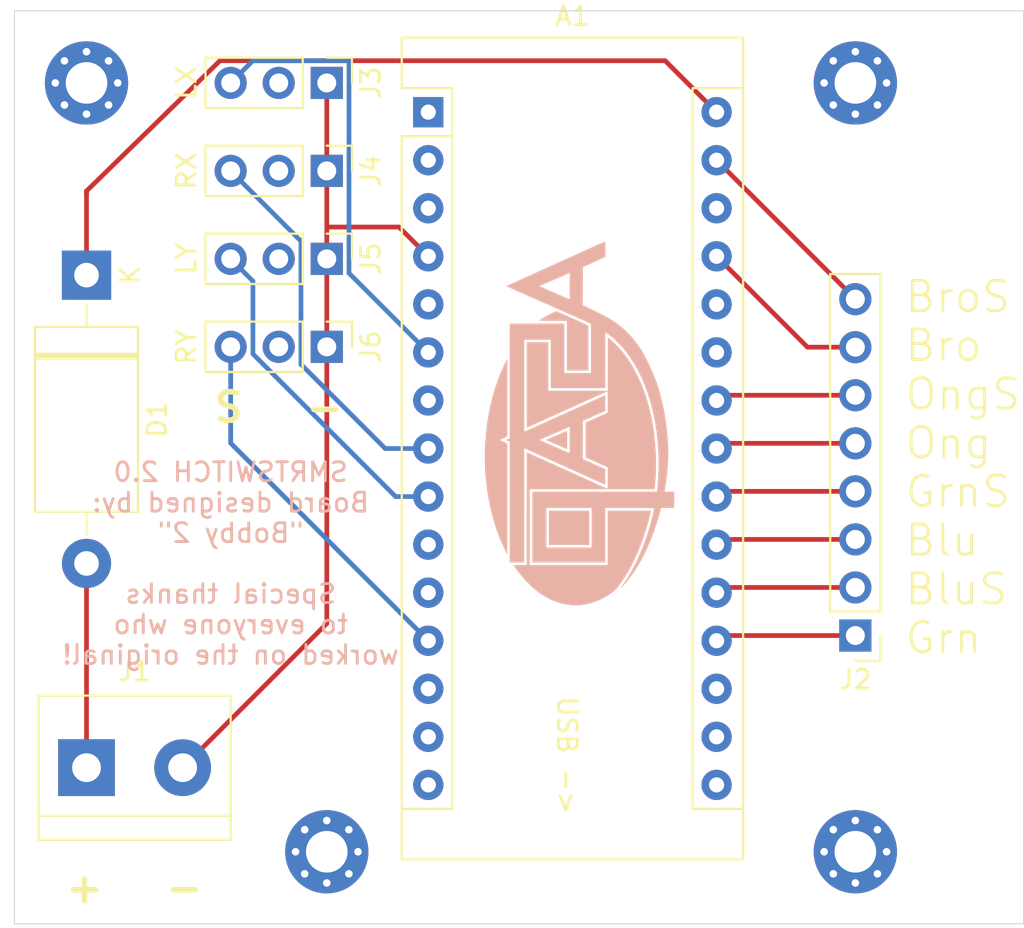
<source format=kicad_pcb>
(kicad_pcb (version 20171130) (host pcbnew "(5.1.6)-1")

  (general
    (thickness 1.6)
    (drawings 9)
    (tracks 53)
    (zones 0)
    (modules 13)
    (nets 36)
  )

  (page A4)
  (layers
    (0 F.Cu signal)
    (31 B.Cu signal)
    (32 B.Adhes user)
    (33 F.Adhes user)
    (34 B.Paste user)
    (35 F.Paste user)
    (36 B.SilkS user)
    (37 F.SilkS user)
    (38 B.Mask user)
    (39 F.Mask user)
    (40 Dwgs.User user)
    (41 Cmts.User user)
    (42 Eco1.User user)
    (43 Eco2.User user)
    (44 Edge.Cuts user)
    (45 Margin user)
    (46 B.CrtYd user)
    (47 F.CrtYd user)
    (48 B.Fab user)
    (49 F.Fab user)
  )

  (setup
    (last_trace_width 0.25)
    (trace_clearance 0.2)
    (zone_clearance 0.508)
    (zone_45_only no)
    (trace_min 0.2)
    (via_size 0.8)
    (via_drill 0.4)
    (via_min_size 0.4)
    (via_min_drill 0.3)
    (uvia_size 0.3)
    (uvia_drill 0.1)
    (uvias_allowed no)
    (uvia_min_size 0.2)
    (uvia_min_drill 0.1)
    (edge_width 0.05)
    (segment_width 0.2)
    (pcb_text_width 0.3)
    (pcb_text_size 1.5 1.5)
    (mod_edge_width 0.12)
    (mod_text_size 1 1)
    (mod_text_width 0.15)
    (pad_size 1.524 1.524)
    (pad_drill 0.762)
    (pad_to_mask_clearance 0.051)
    (solder_mask_min_width 0.25)
    (aux_axis_origin 0 0)
    (visible_elements 7FFFFFFF)
    (pcbplotparams
      (layerselection 0x010fc_ffffffff)
      (usegerberextensions false)
      (usegerberattributes false)
      (usegerberadvancedattributes false)
      (creategerberjobfile false)
      (excludeedgelayer true)
      (linewidth 0.100000)
      (plotframeref false)
      (viasonmask false)
      (mode 1)
      (useauxorigin false)
      (hpglpennumber 1)
      (hpglpenspeed 20)
      (hpglpendiameter 15.000000)
      (psnegative false)
      (psa4output false)
      (plotreference true)
      (plotvalue true)
      (plotinvisibletext false)
      (padsonsilk false)
      (subtractmaskfromsilk false)
      (outputformat 1)
      (mirror false)
      (drillshape 0)
      (scaleselection 1)
      (outputdirectory ""))
  )

  (net 0 "")
  (net 1 "Net-(A1-Pad1)")
  (net 2 "Net-(A1-Pad17)")
  (net 3 "Net-(A1-Pad2)")
  (net 4 "Net-(A1-Pad18)")
  (net 5 "Net-(A1-Pad3)")
  (net 6 "Net-(A1-Pad19)")
  (net 7 "Net-(A1-Pad20)")
  (net 8 "Net-(A1-Pad5)")
  (net 9 "Net-(A1-Pad21)")
  (net 10 "Net-(A1-Pad6)")
  (net 11 "Net-(A1-Pad22)")
  (net 12 "Net-(A1-Pad7)")
  (net 13 "Net-(A1-Pad23)")
  (net 14 "Net-(A1-Pad8)")
  (net 15 "Net-(A1-Pad24)")
  (net 16 "Net-(A1-Pad9)")
  (net 17 "Net-(A1-Pad25)")
  (net 18 "Net-(A1-Pad10)")
  (net 19 "Net-(A1-Pad26)")
  (net 20 "Net-(A1-Pad11)")
  (net 21 "Net-(A1-Pad27)")
  (net 22 "Net-(A1-Pad12)")
  (net 23 "Net-(A1-Pad28)")
  (net 24 "Net-(A1-Pad13)")
  (net 25 GND)
  (net 26 "Net-(A1-Pad14)")
  (net 27 +12V)
  (net 28 "Net-(A1-Pad15)")
  (net 29 "Net-(A1-Pad16)")
  (net 30 "Net-(A1-Pad29)")
  (net 31 "Net-(A1-Pad30)")
  (net 32 "Net-(J3-Pad2)")
  (net 33 "Net-(J4-Pad2)")
  (net 34 "Net-(J5-Pad2)")
  (net 35 "Net-(J6-Pad2)")

  (net_class Default "This is the default net class."
    (clearance 0.2)
    (trace_width 0.25)
    (via_dia 0.8)
    (via_drill 0.4)
    (uvia_dia 0.3)
    (uvia_drill 0.1)
    (add_net +12V)
    (add_net GND)
    (add_net "Net-(A1-Pad1)")
    (add_net "Net-(A1-Pad10)")
    (add_net "Net-(A1-Pad11)")
    (add_net "Net-(A1-Pad12)")
    (add_net "Net-(A1-Pad13)")
    (add_net "Net-(A1-Pad14)")
    (add_net "Net-(A1-Pad15)")
    (add_net "Net-(A1-Pad16)")
    (add_net "Net-(A1-Pad17)")
    (add_net "Net-(A1-Pad18)")
    (add_net "Net-(A1-Pad19)")
    (add_net "Net-(A1-Pad2)")
    (add_net "Net-(A1-Pad20)")
    (add_net "Net-(A1-Pad21)")
    (add_net "Net-(A1-Pad22)")
    (add_net "Net-(A1-Pad23)")
    (add_net "Net-(A1-Pad24)")
    (add_net "Net-(A1-Pad25)")
    (add_net "Net-(A1-Pad26)")
    (add_net "Net-(A1-Pad27)")
    (add_net "Net-(A1-Pad28)")
    (add_net "Net-(A1-Pad29)")
    (add_net "Net-(A1-Pad3)")
    (add_net "Net-(A1-Pad30)")
    (add_net "Net-(A1-Pad5)")
    (add_net "Net-(A1-Pad6)")
    (add_net "Net-(A1-Pad7)")
    (add_net "Net-(A1-Pad8)")
    (add_net "Net-(A1-Pad9)")
    (add_net "Net-(J3-Pad2)")
    (add_net "Net-(J4-Pad2)")
    (add_net "Net-(J5-Pad2)")
    (add_net "Net-(J6-Pad2)")
  )

  (module "" (layer B.Cu) (tedit 0) (tstamp 0)
    (at 140.97 92.71 270)
    (fp_text reference "" (at 0 0 90) (layer B.SilkS)
      (effects (font (size 1.27 1.27) (thickness 0.15)) (justify mirror))
    )
    (fp_text value "" (at 0 0 90) (layer B.SilkS)
      (effects (font (size 1.27 1.27) (thickness 0.15)) (justify mirror))
    )
    (fp_poly (pts (xy 6.462327 2.81155) (xy 6.497332 2.789982) (xy 6.546551 2.756576) (xy 6.607224 2.713411)
      (xy 6.676593 2.662566) (xy 6.7519 2.606119) (xy 6.830386 2.54615) (xy 6.909292 2.484737)
      (xy 6.985859 2.423958) (xy 7.05733 2.365894) (xy 7.120944 2.312623) (xy 7.150833 2.286778)
      (xy 7.396329 2.058087) (xy 7.618949 1.822886) (xy 7.818486 1.581702) (xy 7.994734 1.335057)
      (xy 8.147486 1.083477) (xy 8.276536 0.827485) (xy 8.381677 0.567607) (xy 8.462703 0.304366)
      (xy 8.519407 0.038286) (xy 8.551582 -0.230107) (xy 8.559022 -0.500289) (xy 8.541521 -0.771736)
      (xy 8.498872 -1.043924) (xy 8.486141 -1.103643) (xy 8.415482 -1.36363) (xy 8.320291 -1.622059)
      (xy 8.201433 -1.876947) (xy 8.059771 -2.12631) (xy 8.000029 -2.219375) (xy 7.931955 -2.320386)
      (xy 7.873451 -2.403) (xy 7.821475 -2.470869) (xy 7.772984 -2.527641) (xy 7.724935 -2.576966)
      (xy 7.674285 -2.622496) (xy 7.641557 -2.649369) (xy 7.374685 -2.850024) (xy 7.084692 -3.044699)
      (xy 6.773316 -3.232606) (xy 6.442299 -3.412958) (xy 6.093383 -3.584966) (xy 5.728307 -3.747843)
      (xy 5.348813 -3.900803) (xy 4.956642 -4.043056) (xy 4.553534 -4.173816) (xy 4.14123 -4.292294)
      (xy 3.838992 -4.369714) (xy 3.761635 -4.388445) (xy 3.692847 -4.404949) (xy 3.636374 -4.418339)
      (xy 3.595962 -4.427729) (xy 3.575356 -4.432233) (xy 3.573599 -4.432499) (xy 3.572536 -4.420098)
      (xy 3.571521 -4.384095) (xy 3.570563 -4.326286) (xy 3.569676 -4.248469) (xy 3.56887 -4.152442)
      (xy 3.568158 -4.04) (xy 3.567549 -3.912942) (xy 3.567056 -3.773065) (xy 3.56669 -3.622166)
      (xy 3.566463 -3.462043) (xy 3.566386 -3.295849) (xy 3.566386 -2.159199) (xy 6.436586 -2.159199)
      (xy 6.436586 1.981001) (xy 2.423386 1.981001) (xy 2.423386 -4.62098) (xy 2.388461 -4.62807)
      (xy 2.355056 -4.633127) (xy 2.300438 -4.639373) (xy 2.228749 -4.64646) (xy 2.144129 -4.654042)
      (xy 2.050719 -4.661775) (xy 1.95266 -4.669311) (xy 1.854094 -4.676305) (xy 1.75916 -4.68241)
      (xy 1.693136 -4.686182) (xy 1.622934 -4.689092) (xy 1.532485 -4.691557) (xy 1.426362 -4.693559)
      (xy 1.309136 -4.695079) (xy 1.18538 -4.696098) (xy 1.059668 -4.696598) (xy 0.936572 -4.696561)
      (xy 0.820663 -4.695969) (xy 0.716516 -4.694803) (xy 0.628701 -4.693044) (xy 0.562836 -4.690726)
      (xy 0.142521 -4.665172) (xy -0.257985 -4.629692) (xy -0.642487 -4.583711) (xy -1.014792 -4.526657)
      (xy -1.378705 -4.457956) (xy -1.738033 -4.377033) (xy -2.044716 -4.297659) (xy -2.435763 -4.181366)
      (xy -2.814089 -4.050517) (xy -3.17857 -3.905766) (xy -3.528084 -3.747768) (xy -3.861507 -3.577178)
      (xy -4.177717 -3.39465) (xy -4.475589 -3.20084) (xy -4.754001 -2.996403) (xy -5.01183 -2.781993)
      (xy -5.247953 -2.558266) (xy -5.461246 -2.325875) (xy -5.494619 -2.286199) (xy -5.594798 -2.165549)
      (xy -4.182856 -2.162318) (xy -2.770914 -2.159088) (xy -2.770914 0.990401) (xy -5.336314 0.990401)
      (xy -5.336314 2.133401) (xy -3.080706 2.133401) (xy -2.790342 2.13337) (xy -2.52444 2.133271)
      (xy -2.282063 2.133099) (xy -2.062274 2.132846) (xy -1.864133 2.132505) (xy -1.686704 2.132072)
      (xy -1.529049 2.131537) (xy -1.390231 2.130896) (xy -1.269311 2.130141) (xy -1.165353 2.129266)
      (xy -1.077418 2.128264) (xy -1.004569 2.127129) (xy -0.945868 2.125853) (xy -0.900378 2.124431)
      (xy -0.867161 2.122855) (xy -0.845279 2.12112) (xy -0.833795 2.119218) (xy -0.83148 2.117526)
      (xy -0.837296 2.104482) (xy -0.853057 2.069449) (xy -0.87824 2.013583) (xy -0.912325 1.938039)
      (xy -0.954789 1.843972) (xy -1.00511 1.732537) (xy -1.062767 1.604889) (xy -1.127238 1.462183)
      (xy -1.198 1.305574) (xy -1.274532 1.136218) (xy -1.356312 0.955269) (xy -1.442819 0.763883)
      (xy -1.53353 0.563213) (xy -1.627923 0.354417) (xy -1.725478 0.138648) (xy -1.798038 -0.02183)
      (xy -1.897477 -0.241781) (xy -1.994071 -0.455512) (xy -2.087303 -0.661877) (xy -2.176654 -0.859725)
      (xy -2.261609 -1.04791) (xy -2.341649 -1.225281) (xy -2.416255 -1.390691) (xy -2.484912 -1.542992)
      (xy -2.547101 -1.681034) (xy -2.602304 -1.803669) (xy -2.650005 -1.90975) (xy -2.689684 -1.998127)
      (xy -2.720826 -2.067652) (xy -2.742911 -2.117176) (xy -2.755423 -2.145552) (xy -2.758214 -2.152255)
      (xy -2.745938 -2.153687) (xy -2.710799 -2.15502) (xy -2.655338 -2.156222) (xy -2.582091 -2.157263)
      (xy -2.493599 -2.158111) (xy -2.392398 -2.158736) (xy -2.281028 -2.159106) (xy -2.188408 -2.159199)
      (xy -1.618601 -2.159199) (xy -1.593319 -2.098874) (xy -1.582927 -2.074912) (xy -1.563289 -2.030443)
      (xy -1.535588 -1.968118) (xy -1.501009 -1.890588) (xy -1.460734 -1.800505) (xy -1.415949 -1.700521)
      (xy -1.367837 -1.593287) (xy -1.329663 -1.508324) (xy -1.091288 -0.978099) (xy 0.741218 -0.978099)
      (xy 1.271136 -2.159199) (xy 1.84227 -2.159199) (xy 1.982488 -2.159064) (xy 2.099114 -2.158627)
      (xy 2.193954 -2.157836) (xy 2.268814 -2.156641) (xy 2.325501 -2.154991) (xy 2.36582 -2.152835)
      (xy 2.391578 -2.150122) (xy 2.404581 -2.146802) (xy 2.406901 -2.143324) (xy 2.401073 -2.130279)
      (xy 2.385299 -2.095246) (xy 2.360103 -2.03938) (xy 2.326005 -1.963837) (xy 2.283529 -1.869772)
      (xy 2.233196 -1.758338) (xy 2.175528 -1.630693) (xy 2.111047 -1.487991) (xy 2.040275 -1.331387)
      (xy 1.963734 -1.162036) (xy 1.881946 -0.981093) (xy 1.795433 -0.789714) (xy 1.704717 -0.589054)
      (xy 1.61032 -0.380268) (xy 1.512764 -0.164511) (xy 1.440343 -0.004352) (xy 1.340906 0.215584)
      (xy 1.244315 0.429304) (xy 1.151086 0.63566) (xy 1.061738 0.833503) (xy 0.976787 1.021684)
      (xy 0.896752 1.199055) (xy 0.822151 1.364467) (xy 0.7535 1.516771) (xy 0.691319 1.654818)
      (xy 0.636124 1.777458) (xy 0.588433 1.883545) (xy 0.548764 1.971928) (xy 0.517634 2.041459)
      (xy 0.495562 2.090989) (xy 0.483065 2.119369) (xy 0.480286 2.126073) (xy 0.4928 2.126745)
      (xy 0.529605 2.127401) (xy 0.589589 2.128037) (xy 0.671642 2.128651) (xy 0.774654 2.129241)
      (xy 0.897514 2.129802) (xy 1.039112 2.130334) (xy 1.198337 2.130832) (xy 1.374081 2.131295)
      (xy 1.565231 2.131719) (xy 1.770678 2.132102) (xy 1.989311 2.132441) (xy 2.22002 2.132734)
      (xy 2.461696 2.132977) (xy 2.713226 2.133168) (xy 2.973502 2.133304) (xy 3.241412 2.133382)
      (xy 3.458436 2.133401) (xy 6.436586 2.133401) (xy 6.436586 2.476301) (xy 6.436859 2.566647)
      (xy 6.437629 2.648076) (xy 6.438824 2.717316) (xy 6.440369 2.771096) (xy 6.442191 2.806142)
      (xy 6.444215 2.819184) (xy 6.444294 2.819202) (xy 6.462327 2.81155)) (layer B.SilkS) (width 0.01))
    (fp_poly (pts (xy -0.174202 1.085688) (xy -0.159265 1.055331) (xy -0.136649 1.00716) (xy -0.107571 0.943918)
      (xy -0.073249 0.868347) (xy -0.034901 0.783189) (xy 0.006254 0.691187) (xy 0.048999 0.595084)
      (xy 0.092115 0.497622) (xy 0.134384 0.401543) (xy 0.174589 0.309589) (xy 0.211512 0.224504)
      (xy 0.243933 0.149029) (xy 0.270636 0.085907) (xy 0.290403 0.037881) (xy 0.297585 0.019655)
      (xy 0.2975 0.014526) (xy 0.29139 0.010354) (xy 0.276967 0.007042) (xy 0.25194 0.004493)
      (xy 0.214019 0.002612) (xy 0.160916 0.0013) (xy 0.090339 0.000462) (xy 0 0)
      (xy -0.11239 -0.000182) (xy -0.172406 -0.000199) (xy -0.279721 0.000032) (xy -0.378619 0.000688)
      (xy -0.466328 0.001718) (xy -0.540075 0.003069) (xy -0.597086 0.004689) (xy -0.634591 0.006527)
      (xy -0.649816 0.00853) (xy -0.650014 0.008789) (xy -0.64513 0.02216) (xy -0.631292 0.055975)
      (xy -0.609723 0.107405) (xy -0.581645 0.173622) (xy -0.548282 0.251798) (xy -0.510856 0.339105)
      (xy -0.47059 0.432714) (xy -0.428706 0.529797) (xy -0.386427 0.627525) (xy -0.344976 0.72307)
      (xy -0.305575 0.813604) (xy -0.269447 0.896298) (xy -0.237816 0.968324) (xy -0.211902 1.026853)
      (xy -0.19293 1.069058) (xy -0.182122 1.09211) (xy -0.180241 1.095488) (xy -0.174202 1.085688)) (layer B.SilkS) (width 0.01))
    (fp_poly (pts (xy -6.47911 -0.000199) (xy -3.850414 -0.000199) (xy -3.850414 -1.130499) (xy -6.214412 -1.130499)
      (xy -6.313715 -0.924124) (xy -6.338334 -0.87194) (xy -6.371732 -0.799598) (xy -6.412508 -0.710211)
      (xy -6.45926 -0.60689) (xy -6.510586 -0.492747) (xy -6.565082 -0.370893) (xy -6.621348 -0.244441)
      (xy -6.677981 -0.116503) (xy -6.694368 -0.079351) (xy -6.975717 0.559047) (xy -6.929372 0.676299)
      (xy -6.88781 0.773545) (xy -6.835219 0.884452) (xy -6.775299 1.001988) (xy -6.711755 1.119123)
      (xy -6.648288 1.228827) (xy -6.588601 1.324069) (xy -6.586694 1.326951) (xy -6.485664 1.479351)
      (xy -6.47911 -0.000199)) (layer B.SilkS) (width 0.01))
    (fp_poly (pts (xy 0.713799 4.340786) (xy 0.885461 4.33921) (xy 1.056808 4.336241) (xy 1.222805 4.331945)
      (xy 1.378417 4.326389) (xy 1.518611 4.319639) (xy 1.635986 4.311944) (xy 2.172685 4.259802)
      (xy 2.694932 4.187682) (xy 3.202478 4.095649) (xy 3.695075 3.983768) (xy 4.172474 3.852102)
      (xy 4.634427 3.700715) (xy 5.080686 3.529672) (xy 5.511002 3.339037) (xy 5.636486 3.278266)
      (xy 5.858736 3.168451) (xy 2.938398 3.165249) (xy 2.667785 3.164994) (xy 2.403865 3.164825)
      (xy 2.147763 3.16474) (xy 1.900607 3.164738) (xy 1.663521 3.164815) (xy 1.437632 3.164969)
      (xy 1.224067 3.165198) (xy 1.02395 3.1655) (xy 0.838409 3.165871) (xy 0.668569 3.166309)
      (xy 0.515557 3.166813) (xy 0.380498 3.167379) (xy 0.264519 3.168004) (xy 0.168745 3.168688)
      (xy 0.094303 3.169427) (xy 0.042319 3.170218) (xy 0.013919 3.17106) (xy 0.008655 3.171599)
      (xy 0.000442 3.185955) (xy -0.016068 3.219319) (xy -0.038867 3.267483) (xy -0.065949 3.326237)
      (xy -0.082523 3.362829) (xy -0.111072 3.425094) (xy -0.136547 3.478484) (xy -0.156956 3.518989)
      (xy -0.170306 3.5426) (xy -0.17405 3.546979) (xy -0.182271 3.536855) (xy -0.198814 3.507268)
      (xy -0.221746 3.461995) (xy -0.249136 3.404809) (xy -0.270273 3.358951) (xy -0.356742 3.168451)
      (xy -4.453664 3.164115) (xy -4.225064 3.277417) (xy -3.808038 3.470581) (xy -3.374333 3.645076)
      (xy -2.924683 3.800724) (xy -2.459824 3.937346) (xy -1.980492 4.054765) (xy -1.48742 4.152802)
      (xy -0.981344 4.23128) (xy -0.462998 4.29002) (xy 0.066881 4.328843) (xy 0.124686 4.331833)
      (xy 0.247264 4.336492) (xy 0.389666 4.339493) (xy 0.546856 4.340902) (xy 0.713799 4.340786)) (layer B.SilkS) (width 0.01))
    (fp_poly (pts (xy -0.087639 3.022401) (xy 6.296886 3.022401) (xy 6.296886 2.273154) (xy 3.275146 2.269953)
      (xy 0.253407 2.266751) (xy 1.217746 0.133504) (xy 1.317406 -0.087009) (xy 1.414221 -0.301335)
      (xy 1.507676 -0.508327) (xy 1.597255 -0.706836) (xy 1.682441 -0.895714) (xy 1.762716 -1.073814)
      (xy 1.837566 -1.239987) (xy 1.906473 -1.393085) (xy 1.96892 -1.53196) (xy 2.024392 -1.655465)
      (xy 2.072371 -1.762451) (xy 2.112341 -1.85177) (xy 2.143786 -1.922274) (xy 2.166189 -1.972815)
      (xy 2.179034 -2.002246) (xy 2.182086 -2.009797) (xy 2.169886 -2.012133) (xy 2.135288 -2.014072)
      (xy 2.081288 -2.015565) (xy 2.010884 -2.016564) (xy 1.927076 -2.017018) (xy 1.832861 -2.016879)
      (xy 1.77374 -2.016499) (xy 1.365395 -2.013149) (xy 0.832267 -0.825547) (xy -1.185679 -0.832049)
      (xy -1.715633 -2.013149) (xy -2.128352 -2.016496) (xy -2.54107 -2.019844) (xy -2.511285 -1.952996)
      (xy -2.502969 -1.934498) (xy -2.484734 -1.894066) (xy -2.457129 -1.832908) (xy -2.420699 -1.752234)
      (xy -2.375991 -1.653253) (xy -2.323551 -1.537176) (xy -2.263927 -1.405212) (xy -2.197664 -1.25857)
      (xy -2.125309 -1.098459) (xy -2.047409 -0.92609) (xy -1.96451 -0.742672) (xy -1.877159 -0.549413)
      (xy -1.785902 -0.347524) (xy -1.692048 -0.139899) (xy -0.876615 -0.139899) (xy -0.179115 -0.139899)
      (xy -0.048663 -0.139729) (xy 0.07385 -0.139243) (xy 0.186131 -0.13847) (xy 0.285883 -0.137443)
      (xy 0.370815 -0.136193) (xy 0.43863 -0.134752) (xy 0.487035 -0.133151) (xy 0.513736 -0.131421)
      (xy 0.518386 -0.130315) (xy 0.513435 -0.1157) (xy 0.499263 -0.080395) (xy 0.476885 -0.02672)
      (xy 0.447318 0.043006) (xy 0.411579 0.126462) (xy 0.370685 0.221331) (xy 0.325652 0.325291)
      (xy 0.277497 0.436024) (xy 0.227236 0.551209) (xy 0.175887 0.668528) (xy 0.124466 0.785661)
      (xy 0.073989 0.900289) (xy 0.025474 1.010091) (xy -0.020063 1.112749) (xy -0.061605 1.205943)
      (xy -0.098135 1.287353) (xy -0.128637 1.354659) (xy -0.152094 1.405543) (xy -0.167489 1.437685)
      (xy -0.173764 1.448763) (xy -0.177271 1.446438) (xy -0.18335 1.437526) (xy -0.192547 1.420799)
      (xy -0.20541 1.395031) (xy -0.222484 1.358996) (xy -0.244316 1.311467) (xy -0.271452 1.251218)
      (xy -0.304438 1.177022) (xy -0.343821 1.087653) (xy -0.390146 0.981884) (xy -0.443961 0.85849)
      (xy -0.505812 0.716242) (xy -0.576244 0.553916) (xy -0.655804 0.370284) (xy -0.7131 0.237926)
      (xy -0.876615 -0.139899) (xy -1.692048 -0.139899) (xy -1.691286 -0.138215) (xy -1.593857 0.077306)
      (xy -1.546708 0.181601) (xy -1.448596 0.398689) (xy -1.353337 0.609593) (xy -1.261455 0.813146)
      (xy -1.173475 1.008181) (xy -1.089922 1.19353) (xy -1.011321 1.368025) (xy -0.938196 1.5305)
      (xy -0.871073 1.679786) (xy -0.810476 1.814715) (xy -0.75693 1.934121) (xy -0.71096 2.036836)
      (xy -0.67309 2.121692) (xy -0.643846 2.187521) (xy -0.623753 2.233156) (xy -0.613334 2.25743)
      (xy -0.611914 2.261226) (xy -0.624503 2.262669) (xy -0.661824 2.264033) (xy -0.72321 2.265315)
      (xy -0.807994 2.266511) (xy -0.915507 2.267619) (xy -1.045083 2.268635) (xy -1.196054 2.269555)
      (xy -1.367752 2.270377) (xy -1.559511 2.271097) (xy -1.770662 2.271713) (xy -2.000538 2.27222)
      (xy -2.248472 2.272615) (xy -2.513795 2.272896) (xy -2.795842 2.273058) (xy -3.043964 2.273101)
      (xy -5.476014 2.273101) (xy -5.476014 0.850701) (xy -2.923314 0.850701) (xy -2.923314 -2.019499)
      (xy -4.396514 -2.019499) (xy -4.597644 -2.019593) (xy -4.789208 -2.019869) (xy -4.969799 -2.020317)
      (xy -5.138009 -2.020924) (xy -5.292428 -2.021682) (xy -5.43165 -2.022579) (xy -5.554265 -2.023604)
      (xy -5.658866 -2.024747) (xy -5.744044 -2.025997) (xy -5.808391 -2.027344) (xy -5.850499 -2.028776)
      (xy -5.868959 -2.030284) (xy -5.869714 -2.030662) (xy -5.862079 -2.045831) (xy -5.840936 -2.077171)
      (xy -5.808931 -2.12125) (xy -5.76871 -2.174636) (xy -5.722916 -2.233897) (xy -5.674196 -2.295602)
      (xy -5.625195 -2.356319) (xy -5.578558 -2.412616) (xy -5.545483 -2.451299) (xy -5.317166 -2.695136)
      (xy -5.066393 -2.928429) (xy -4.794028 -3.150701) (xy -4.500935 -3.361475) (xy -4.187978 -3.560271)
      (xy -3.856022 -3.746613) (xy -3.50593 -3.920022) (xy -3.138567 -4.080022) (xy -2.754796 -4.226133)
      (xy -2.355483 -4.35788) (xy -1.941491 -4.474783) (xy -1.837464 -4.501219) (xy -1.432059 -4.593824)
      (xy -1.019924 -4.671442) (xy -0.597513 -4.734586) (xy -0.161278 -4.783766) (xy 0.292326 -4.819493)
      (xy 0.427313 -4.827393) (xy 0.524428 -4.831477) (xy 0.640852 -4.834423) (xy 0.772678 -4.836276)
      (xy 0.916001 -4.837083) (xy 1.066914 -4.836889) (xy 1.221511 -4.835739) (xy 1.375886 -4.83368)
      (xy 1.526133 -4.830757) (xy 1.668346 -4.827016) (xy 1.798618 -4.822502) (xy 1.913044 -4.817261)
      (xy 2.007717 -4.811339) (xy 2.042386 -4.808504) (xy 2.166179 -4.797109) (xy 2.2764 -4.786419)
      (xy 2.370696 -4.776687) (xy 2.446718 -4.768164) (xy 2.502114 -4.761102) (xy 2.534511 -4.755759)
      (xy 2.563086 -4.749515) (xy 2.563086 1.092001) (xy 3.413986 1.092001) (xy 3.413986 -1.308299)
      (xy 5.509486 -1.308299) (xy 5.509486 1.092001) (xy 3.413986 1.092001) (xy 2.563086 1.092001)
      (xy 2.563086 1.828601) (xy 6.296886 1.828601) (xy 6.296886 -2.019499) (xy 3.413986 -2.019499)
      (xy 3.413986 -3.314899) (xy 3.414096 -3.512987) (xy 3.41442 -3.698871) (xy 3.414946 -3.871261)
      (xy 3.415662 -4.028866) (xy 3.416558 -4.170394) (xy 3.417621 -4.294555) (xy 3.418841 -4.400058)
      (xy 3.420205 -4.485612) (xy 3.421703 -4.549927) (xy 3.423323 -4.59171) (xy 3.425053 -4.609672)
      (xy 3.425452 -4.610299) (xy 3.443331 -4.607487) (xy 3.481861 -4.599666) (xy 3.536997 -4.58776)
      (xy 3.604691 -4.57269) (xy 3.680899 -4.555378) (xy 3.761572 -4.536749) (xy 3.842666 -4.517723)
      (xy 3.920134 -4.499223) (xy 3.989929 -4.482172) (xy 4.015995 -4.475662) (xy 4.422566 -4.365552)
      (xy 4.825316 -4.241264) (xy 5.221536 -4.103941) (xy 5.60852 -3.954723) (xy 5.983558 -3.794751)
      (xy 6.343944 -3.625168) (xy 6.686969 -3.447114) (xy 7.009925 -3.261731) (xy 7.240563 -3.116458)
      (xy 7.312832 -3.068438) (xy 7.386059 -3.018812) (xy 7.454287 -2.971685) (xy 7.511561 -2.93116)
      (xy 7.543557 -2.907708) (xy 7.586892 -2.876022) (xy 7.622289 -2.851839) (xy 7.645222 -2.838151)
      (xy 7.651399 -2.836379) (xy 7.644678 -2.846577) (xy 7.622052 -2.870684) (xy 7.586643 -2.905779)
      (xy 7.541572 -2.948942) (xy 7.489961 -2.997254) (xy 7.434931 -3.047795) (xy 7.379604 -3.097646)
      (xy 7.327101 -3.143887) (xy 7.280545 -3.183598) (xy 7.277118 -3.18645) (xy 7.025883 -3.382666)
      (xy 6.751036 -3.574106) (xy 6.454049 -3.760005) (xy 6.13639 -3.939598) (xy 5.79953 -4.112122)
      (xy 5.444939 -4.27681) (xy 5.074086 -4.432899) (xy 4.688442 -4.579624) (xy 4.417286 -4.674067)
      (xy 4.266421 -4.723635) (xy 4.108955 -4.773428) (xy 3.950672 -4.821722) (xy 3.797358 -4.866792)
      (xy 3.654795 -4.906912) (xy 3.52877 -4.940359) (xy 3.499711 -4.947678) (xy 3.413986 -4.968986)
      (xy 3.413986 -5.664399) (xy 2.563086 -5.664399) (xy 2.563086 -5.410399) (xy 2.56249 -5.321707)
      (xy 2.560775 -5.249735) (xy 2.558052 -5.196744) (xy 2.554428 -5.164996) (xy 2.550801 -5.156399)
      (xy 2.534579 -5.158353) (xy 2.497926 -5.163743) (xy 2.445473 -5.171858) (xy 2.381848 -5.181989)
      (xy 2.344426 -5.188056) (xy 2.198446 -5.210529) (xy 2.035402 -5.233322) (xy 1.863592 -5.255393)
      (xy 1.691314 -5.275702) (xy 1.526867 -5.293207) (xy 1.439136 -5.301593) (xy 1.158509 -5.324127)
      (xy 0.889598 -5.339279) (xy 0.627725 -5.346936) (xy 0.368207 -5.346987) (xy 0.106365 -5.33932)
      (xy -0.162481 -5.323822) (xy -0.443013 -5.300381) (xy -0.73991 -5.268884) (xy -0.939672 -5.244575)
      (xy -1.352381 -5.186645) (xy -1.744075 -5.120066) (xy -2.117931 -5.043927) (xy -2.477126 -4.957319)
      (xy -2.824837 -4.859331) (xy -3.16424 -4.749054) (xy -3.498513 -4.625578) (xy -3.830833 -4.487992)
      (xy -4.164376 -4.335388) (xy -4.237764 -4.299938) (xy -4.392845 -4.223336) (xy -4.529215 -4.153611)
      (xy -4.651688 -4.08806) (xy -4.765075 -4.023977) (xy -4.874189 -3.958658) (xy -4.983843 -3.889397)
      (xy -5.075964 -3.828815) (xy -5.367876 -3.620332) (xy -5.63834 -3.398712) (xy -5.888122 -3.163135)
      (xy -6.117987 -2.912785) (xy -6.3287 -2.646842) (xy -6.521026 -2.36449) (xy -6.653099 -2.142473)
      (xy -6.692129 -2.070969) (xy -6.739858 -1.980443) (xy -6.794293 -1.874913) (xy -6.853441 -1.758396)
      (xy -6.915306 -1.634909) (xy -6.977895 -1.508469) (xy -7.039214 -1.383095) (xy -7.09727 -1.262802)
      (xy -7.150067 -1.151609) (xy -7.195613 -1.053534) (xy -7.216868 -1.006598) (xy -7.297893 -0.825548)
      (xy -8.307067 -0.828798) (xy -9.316241 -0.832049) (xy -9.582643 -1.425774) (xy -9.849046 -2.019499)
      (xy -10.259271 -2.019499) (xy -10.372053 -2.019443) (xy -10.461948 -2.019178) (xy -10.531468 -2.018557)
      (xy -10.583127 -2.017431) (xy -10.619436 -2.015654) (xy -10.642909 -2.013078) (xy -10.656057 -2.009557)
      (xy -10.661395 -2.004941) (xy -10.661434 -1.999085) (xy -10.66038 -1.995976) (xy -10.652649 -1.977942)
      (xy -10.635153 -1.938397) (xy -10.608463 -1.878604) (xy -10.573151 -1.799823) (xy -10.529787 -1.703315)
      (xy -10.478943 -1.590344) (xy -10.42119 -1.462169) (xy -10.357099 -1.320052) (xy -10.287242 -1.165256)
      (xy -10.212189 -0.99904) (xy -10.132512 -0.822668) (xy -10.048782 -0.637399) (xy -9.961571 -0.444496)
      (xy -9.871449 -0.24522) (xy -9.823804 -0.139899) (xy -9.006955 -0.139899) (xy -8.308285 -0.139899)
      (xy -8.17772 -0.139785) (xy -8.055093 -0.13946) (xy -7.942694 -0.138944) (xy -7.842817 -0.138258)
      (xy -7.757755 -0.137423) (xy -7.689798 -0.13646) (xy -7.64124 -0.13539) (xy -7.614373 -0.134234)
      (xy -7.609614 -0.133487) (xy -7.614536 -0.120673) (xy -7.628628 -0.086909) (xy -7.650881 -0.034517)
      (xy -7.680288 0.034183) (xy -7.715839 0.116868) (xy -7.756527 0.211219) (xy -7.801342 0.314913)
      (xy -7.849276 0.42563) (xy -7.89932 0.541048) (xy -7.950466 0.658845) (xy -8.001705 0.776701)
      (xy -8.052029 0.892294) (xy -8.100429 1.003304) (xy -8.145896 1.107407) (xy -8.187423 1.202285)
      (xy -8.223999 1.285614) (xy -8.254618 1.355075) (xy -8.278269 1.408345) (xy -8.293945 1.443103)
      (xy -8.300637 1.457029) (xy -8.300739 1.457159) (xy -8.312189 1.45973) (xy -8.312676 1.459243)
      (xy -8.318134 1.447305) (xy -8.332678 1.414387) (xy -8.355295 1.362818) (xy -8.384974 1.294924)
      (xy -8.420703 1.213034) (xy -8.461472 1.119474) (xy -8.506269 1.016574) (xy -8.554082 0.90666)
      (xy -8.603901 0.792061) (xy -8.654715 0.675104) (xy -8.705511 0.558116) (xy -8.755278 0.443426)
      (xy -8.803006 0.333361) (xy -8.847683 0.230248) (xy -8.888297 0.136417) (xy -8.923838 0.054193)
      (xy -8.953294 -0.014094) (xy -8.975653 -0.066118) (xy -8.989514 -0.098624) (xy -9.006955 -0.139899)
      (xy -9.823804 -0.139899) (xy -9.778988 -0.040833) (xy -9.68476 0.167404) (xy -9.589334 0.37823)
      (xy -9.493283 0.590383) (xy -9.397177 0.802602) (xy -9.301588 1.013625) (xy -9.207088 1.222191)
      (xy -9.114246 1.427038) (xy -9.023635 1.626905) (xy -8.935826 1.82053) (xy -8.85139 2.006652)
      (xy -8.770899 2.18401) (xy -8.694922 2.351342) (xy -8.624032 2.507386) (xy -8.558801 2.650881)
      (xy -8.499798 2.780566) (xy -8.447595 2.89518) (xy -8.402764 2.99346) (xy -8.365876 3.074145)
      (xy -8.337502 3.135975) (xy -8.318212 3.177686) (xy -8.30858 3.198019) (xy -8.307558 3.199883)
      (xy -8.301771 3.188495) (xy -8.286285 3.155065) (xy -8.261637 3.100796) (xy -8.228361 3.026893)
      (xy -8.186994 2.934559) (xy -8.13807 2.825001) (xy -8.082125 2.699421) (xy -8.019695 2.559024)
      (xy -7.951316 2.405015) (xy -7.877522 2.238598) (xy -7.798849 2.060976) (xy -7.715833 1.873355)
      (xy -7.629009 1.676938) (xy -7.538913 1.472931) (xy -7.44608 1.262536) (xy -7.445083 1.260276)
      (xy -7.349822 1.044406) (xy -7.25584 0.831681) (xy -7.163788 0.623565) (xy -7.074317 0.421518)
      (xy -6.988079 0.227003) (xy -6.905722 0.041481) (xy -6.827898 -0.133586) (xy -6.755258 -0.296737)
      (xy -6.688453 -0.44651) (xy -6.628132 -0.581443) (xy -6.574947 -0.700074) (xy -6.529548 -0.800943)
      (xy -6.492586 -0.882587) (xy -6.464711 -0.943544) (xy -6.450105 -0.974924) (xy -6.310694 -1.270198)
      (xy -5.010704 -1.270199) (xy -3.710714 -1.270199) (xy -3.710714 0.152201) (xy -6.326914 0.152201)
      (xy -6.326914 3.022401) (xy -3.29391 3.022402) (xy -0.260905 3.022402) (xy -0.21847 3.118961)
      (xy -0.176035 3.215521) (xy -0.087639 3.022401)) (layer B.SilkS) (width 0.01))
    (fp_poly (pts (xy 5.369786 -1.168599) (xy 3.566386 -1.168599) (xy 3.566386 0.952301) (xy 5.369786 0.952301)
      (xy 5.369786 -1.168599)) (layer B.SilkS) (width 0.01))
    (fp_text user LOGO (at -0.306414 -0.660599 90) (layer B.SilkS) hide
      (effects (font (size 1.524 1.524) (thickness 0.3)) (justify mirror))
    )
    (fp_text user G*** (at -1.056414 -0.660599 90) (layer B.SilkS) hide
      (effects (font (size 1.524 1.524) (thickness 0.3)) (justify mirror))
    )
  )

  (module MountingHole:MountingHole_2.2mm_M2_Pad_Via (layer F.Cu) (tedit 56DDB9C7) (tstamp 5E2214A5)
    (at 156.21 114.3)
    (descr "Mounting Hole 2.2mm, M2")
    (tags "mounting hole 2.2mm m2")
    (attr virtual)
    (fp_text reference " " (at 0 -3.2) (layer F.SilkS)
      (effects (font (size 1 1) (thickness 0.15)))
    )
    (fp_text value Hole (at 0 3.2) (layer F.Fab)
      (effects (font (size 1 1) (thickness 0.15)))
    )
    (fp_circle (center 0 0) (end 2.45 0) (layer F.CrtYd) (width 0.05))
    (fp_circle (center 0 0) (end 2.2 0) (layer Cmts.User) (width 0.15))
    (fp_text user %R (at 0.3 0) (layer F.Fab)
      (effects (font (size 1 1) (thickness 0.15)))
    )
    (pad 1 thru_hole circle (at 1.166726 -1.166726) (size 0.7 0.7) (drill 0.4) (layers *.Cu *.Mask))
    (pad 1 thru_hole circle (at 0 -1.65) (size 0.7 0.7) (drill 0.4) (layers *.Cu *.Mask))
    (pad 1 thru_hole circle (at -1.166726 -1.166726) (size 0.7 0.7) (drill 0.4) (layers *.Cu *.Mask))
    (pad 1 thru_hole circle (at -1.65 0) (size 0.7 0.7) (drill 0.4) (layers *.Cu *.Mask))
    (pad 1 thru_hole circle (at -1.166726 1.166726) (size 0.7 0.7) (drill 0.4) (layers *.Cu *.Mask))
    (pad 1 thru_hole circle (at 0 1.65) (size 0.7 0.7) (drill 0.4) (layers *.Cu *.Mask))
    (pad 1 thru_hole circle (at 1.166726 1.166726) (size 0.7 0.7) (drill 0.4) (layers *.Cu *.Mask))
    (pad 1 thru_hole circle (at 1.65 0) (size 0.7 0.7) (drill 0.4) (layers *.Cu *.Mask))
    (pad 1 thru_hole circle (at 0 0) (size 4.4 4.4) (drill 2.2) (layers *.Cu *.Mask))
  )

  (module MountingHole:MountingHole_2.2mm_M2_Pad_Via (layer F.Cu) (tedit 56DDB9C7) (tstamp 5E221468)
    (at 156.21 73.66)
    (descr "Mounting Hole 2.2mm, M2")
    (tags "mounting hole 2.2mm m2")
    (attr virtual)
    (fp_text reference " " (at 0 -3.2) (layer F.SilkS)
      (effects (font (size 1 1) (thickness 0.15)))
    )
    (fp_text value Hole (at 0 3.2) (layer F.Fab)
      (effects (font (size 1 1) (thickness 0.15)))
    )
    (fp_circle (center 0 0) (end 2.45 0) (layer F.CrtYd) (width 0.05))
    (fp_circle (center 0 0) (end 2.2 0) (layer Cmts.User) (width 0.15))
    (fp_text user %R (at 0.3 0) (layer F.Fab)
      (effects (font (size 1 1) (thickness 0.15)))
    )
    (pad 1 thru_hole circle (at 1.166726 -1.166726) (size 0.7 0.7) (drill 0.4) (layers *.Cu *.Mask))
    (pad 1 thru_hole circle (at 0 -1.65) (size 0.7 0.7) (drill 0.4) (layers *.Cu *.Mask))
    (pad 1 thru_hole circle (at -1.166726 -1.166726) (size 0.7 0.7) (drill 0.4) (layers *.Cu *.Mask))
    (pad 1 thru_hole circle (at -1.65 0) (size 0.7 0.7) (drill 0.4) (layers *.Cu *.Mask))
    (pad 1 thru_hole circle (at -1.166726 1.166726) (size 0.7 0.7) (drill 0.4) (layers *.Cu *.Mask))
    (pad 1 thru_hole circle (at 0 1.65) (size 0.7 0.7) (drill 0.4) (layers *.Cu *.Mask))
    (pad 1 thru_hole circle (at 1.166726 1.166726) (size 0.7 0.7) (drill 0.4) (layers *.Cu *.Mask))
    (pad 1 thru_hole circle (at 1.65 0) (size 0.7 0.7) (drill 0.4) (layers *.Cu *.Mask))
    (pad 1 thru_hole circle (at 0 0) (size 4.4 4.4) (drill 2.2) (layers *.Cu *.Mask))
  )

  (module MountingHole:MountingHole_2.2mm_M2_Pad_Via (layer F.Cu) (tedit 56DDB9C7) (tstamp 5E22132B)
    (at 115.57 73.66)
    (descr "Mounting Hole 2.2mm, M2")
    (tags "mounting hole 2.2mm m2")
    (attr virtual)
    (fp_text reference " " (at 0 -3.2) (layer F.SilkS)
      (effects (font (size 1 1) (thickness 0.15)))
    )
    (fp_text value Hole (at 0 3.2) (layer F.Fab)
      (effects (font (size 1 1) (thickness 0.15)))
    )
    (fp_circle (center 0 0) (end 2.45 0) (layer F.CrtYd) (width 0.05))
    (fp_circle (center 0 0) (end 2.2 0) (layer Cmts.User) (width 0.15))
    (fp_text user %R (at 0.3 0) (layer F.Fab)
      (effects (font (size 1 1) (thickness 0.15)))
    )
    (pad 1 thru_hole circle (at 1.166726 -1.166726) (size 0.7 0.7) (drill 0.4) (layers *.Cu *.Mask))
    (pad 1 thru_hole circle (at 0 -1.65) (size 0.7 0.7) (drill 0.4) (layers *.Cu *.Mask))
    (pad 1 thru_hole circle (at -1.166726 -1.166726) (size 0.7 0.7) (drill 0.4) (layers *.Cu *.Mask))
    (pad 1 thru_hole circle (at -1.65 0) (size 0.7 0.7) (drill 0.4) (layers *.Cu *.Mask))
    (pad 1 thru_hole circle (at -1.166726 1.166726) (size 0.7 0.7) (drill 0.4) (layers *.Cu *.Mask))
    (pad 1 thru_hole circle (at 0 1.65) (size 0.7 0.7) (drill 0.4) (layers *.Cu *.Mask))
    (pad 1 thru_hole circle (at 1.166726 1.166726) (size 0.7 0.7) (drill 0.4) (layers *.Cu *.Mask))
    (pad 1 thru_hole circle (at 1.65 0) (size 0.7 0.7) (drill 0.4) (layers *.Cu *.Mask))
    (pad 1 thru_hole circle (at 0 0) (size 4.4 4.4) (drill 2.2) (layers *.Cu *.Mask))
  )

  (module MountingHole:MountingHole_2.2mm_M2_Pad_Via (layer F.Cu) (tedit 56DDB9C7) (tstamp 5E2211E5)
    (at 128.27 114.3)
    (descr "Mounting Hole 2.2mm, M2")
    (tags "mounting hole 2.2mm m2")
    (attr virtual)
    (fp_text reference " " (at 0 -3.2) (layer F.SilkS)
      (effects (font (size 1 1) (thickness 0.15)))
    )
    (fp_text value Hole (at 0 3.2) (layer F.Fab)
      (effects (font (size 1 1) (thickness 0.15)))
    )
    (fp_circle (center 0 0) (end 2.45 0) (layer F.CrtYd) (width 0.05))
    (fp_circle (center 0 0) (end 2.2 0) (layer Cmts.User) (width 0.15))
    (fp_text user %R (at 0.3 0) (layer F.Fab)
      (effects (font (size 1 1) (thickness 0.15)))
    )
    (pad 1 thru_hole circle (at 1.166726 -1.166726) (size 0.7 0.7) (drill 0.4) (layers *.Cu *.Mask))
    (pad 1 thru_hole circle (at 0 -1.65) (size 0.7 0.7) (drill 0.4) (layers *.Cu *.Mask))
    (pad 1 thru_hole circle (at -1.166726 -1.166726) (size 0.7 0.7) (drill 0.4) (layers *.Cu *.Mask))
    (pad 1 thru_hole circle (at -1.65 0) (size 0.7 0.7) (drill 0.4) (layers *.Cu *.Mask))
    (pad 1 thru_hole circle (at -1.166726 1.166726) (size 0.7 0.7) (drill 0.4) (layers *.Cu *.Mask))
    (pad 1 thru_hole circle (at 0 1.65) (size 0.7 0.7) (drill 0.4) (layers *.Cu *.Mask))
    (pad 1 thru_hole circle (at 1.166726 1.166726) (size 0.7 0.7) (drill 0.4) (layers *.Cu *.Mask))
    (pad 1 thru_hole circle (at 1.65 0) (size 0.7 0.7) (drill 0.4) (layers *.Cu *.Mask))
    (pad 1 thru_hole circle (at 0 0) (size 4.4 4.4) (drill 2.2) (layers *.Cu *.Mask))
  )

  (module Connector_PinHeader_2.54mm:PinHeader_1x03_P2.54mm_Vertical (layer F.Cu) (tedit 59FED5CC) (tstamp 5E21CB45)
    (at 128.27 87.61 270)
    (descr "Through hole straight pin header, 1x03, 2.54mm pitch, single row")
    (tags "Through hole pin header THT 1x03 2.54mm single row")
    (path /5E253435)
    (fp_text reference J6 (at 0 -2.33 90) (layer F.SilkS)
      (effects (font (size 1 1) (thickness 0.15)))
    )
    (fp_text value RY (at 0 7.41 90) (layer F.SilkS)
      (effects (font (size 1 1) (thickness 0.15)))
    )
    (fp_line (start 1.8 -1.8) (end -1.8 -1.8) (layer F.CrtYd) (width 0.05))
    (fp_line (start 1.8 6.85) (end 1.8 -1.8) (layer F.CrtYd) (width 0.05))
    (fp_line (start -1.8 6.85) (end 1.8 6.85) (layer F.CrtYd) (width 0.05))
    (fp_line (start -1.8 -1.8) (end -1.8 6.85) (layer F.CrtYd) (width 0.05))
    (fp_line (start -1.33 -1.33) (end 0 -1.33) (layer F.SilkS) (width 0.12))
    (fp_line (start -1.33 0) (end -1.33 -1.33) (layer F.SilkS) (width 0.12))
    (fp_line (start -1.33 1.27) (end 1.33 1.27) (layer F.SilkS) (width 0.12))
    (fp_line (start 1.33 1.27) (end 1.33 6.41) (layer F.SilkS) (width 0.12))
    (fp_line (start -1.33 1.27) (end -1.33 6.41) (layer F.SilkS) (width 0.12))
    (fp_line (start -1.33 6.41) (end 1.33 6.41) (layer F.SilkS) (width 0.12))
    (fp_line (start -1.27 -0.635) (end -0.635 -1.27) (layer F.Fab) (width 0.1))
    (fp_line (start -1.27 6.35) (end -1.27 -0.635) (layer F.Fab) (width 0.1))
    (fp_line (start 1.27 6.35) (end -1.27 6.35) (layer F.Fab) (width 0.1))
    (fp_line (start 1.27 -1.27) (end 1.27 6.35) (layer F.Fab) (width 0.1))
    (fp_line (start -0.635 -1.27) (end 1.27 -1.27) (layer F.Fab) (width 0.1))
    (fp_text user %R (at 0 2.54) (layer F.Fab)
      (effects (font (size 1 1) (thickness 0.15)))
    )
    (pad 3 thru_hole oval (at 0 5.08 270) (size 1.7 1.7) (drill 1) (layers *.Cu *.Mask)
      (net 22 "Net-(A1-Pad12)"))
    (pad 2 thru_hole oval (at 0 2.54 270) (size 1.7 1.7) (drill 1) (layers *.Cu *.Mask)
      (net 35 "Net-(J6-Pad2)"))
    (pad 1 thru_hole rect (at 0 0 270) (size 1.7 1.7) (drill 1) (layers *.Cu *.Mask)
      (net 25 GND))
    (model ${KISYS3DMOD}/Connector_PinHeader_2.54mm.3dshapes/PinHeader_1x03_P2.54mm_Vertical.wrl
      (at (xyz 0 0 0))
      (scale (xyz 1 1 1))
      (rotate (xyz 0 0 0))
    )
  )

  (module Connector_PinHeader_2.54mm:PinHeader_1x03_P2.54mm_Vertical (layer F.Cu) (tedit 59FED5CC) (tstamp 5E21CB2E)
    (at 128.27 82.96 270)
    (descr "Through hole straight pin header, 1x03, 2.54mm pitch, single row")
    (tags "Through hole pin header THT 1x03 2.54mm single row")
    (path /5E252647)
    (fp_text reference J5 (at 0 -2.33 90) (layer F.SilkS)
      (effects (font (size 1 1) (thickness 0.15)))
    )
    (fp_text value LY (at 0 7.41 90) (layer F.SilkS)
      (effects (font (size 1 1) (thickness 0.15)))
    )
    (fp_line (start 1.8 -1.8) (end -1.8 -1.8) (layer F.CrtYd) (width 0.05))
    (fp_line (start 1.8 6.85) (end 1.8 -1.8) (layer F.CrtYd) (width 0.05))
    (fp_line (start -1.8 6.85) (end 1.8 6.85) (layer F.CrtYd) (width 0.05))
    (fp_line (start -1.8 -1.8) (end -1.8 6.85) (layer F.CrtYd) (width 0.05))
    (fp_line (start -1.33 -1.33) (end 0 -1.33) (layer F.SilkS) (width 0.12))
    (fp_line (start -1.33 0) (end -1.33 -1.33) (layer F.SilkS) (width 0.12))
    (fp_line (start -1.33 1.27) (end 1.33 1.27) (layer F.SilkS) (width 0.12))
    (fp_line (start 1.33 1.27) (end 1.33 6.41) (layer F.SilkS) (width 0.12))
    (fp_line (start -1.33 1.27) (end -1.33 6.41) (layer F.SilkS) (width 0.12))
    (fp_line (start -1.33 6.41) (end 1.33 6.41) (layer F.SilkS) (width 0.12))
    (fp_line (start -1.27 -0.635) (end -0.635 -1.27) (layer F.Fab) (width 0.1))
    (fp_line (start -1.27 6.35) (end -1.27 -0.635) (layer F.Fab) (width 0.1))
    (fp_line (start 1.27 6.35) (end -1.27 6.35) (layer F.Fab) (width 0.1))
    (fp_line (start 1.27 -1.27) (end 1.27 6.35) (layer F.Fab) (width 0.1))
    (fp_line (start -0.635 -1.27) (end 1.27 -1.27) (layer F.Fab) (width 0.1))
    (fp_text user %R (at 0 2.54) (layer F.Fab)
      (effects (font (size 1 1) (thickness 0.15)))
    )
    (pad 3 thru_hole oval (at 0 5.08 270) (size 1.7 1.7) (drill 1) (layers *.Cu *.Mask)
      (net 16 "Net-(A1-Pad9)"))
    (pad 2 thru_hole oval (at 0 2.54 270) (size 1.7 1.7) (drill 1) (layers *.Cu *.Mask)
      (net 34 "Net-(J5-Pad2)"))
    (pad 1 thru_hole rect (at 0 0 270) (size 1.7 1.7) (drill 1) (layers *.Cu *.Mask)
      (net 25 GND))
    (model ${KISYS3DMOD}/Connector_PinHeader_2.54mm.3dshapes/PinHeader_1x03_P2.54mm_Vertical.wrl
      (at (xyz 0 0 0))
      (scale (xyz 1 1 1))
      (rotate (xyz 0 0 0))
    )
  )

  (module Connector_PinHeader_2.54mm:PinHeader_1x03_P2.54mm_Vertical (layer F.Cu) (tedit 59FED5CC) (tstamp 5E21CB17)
    (at 128.27 78.31 270)
    (descr "Through hole straight pin header, 1x03, 2.54mm pitch, single row")
    (tags "Through hole pin header THT 1x03 2.54mm single row")
    (path /5E251E18)
    (fp_text reference J4 (at 0 -2.33 90) (layer F.SilkS)
      (effects (font (size 1 1) (thickness 0.15)))
    )
    (fp_text value RX (at 0 7.41 90) (layer F.SilkS)
      (effects (font (size 1 1) (thickness 0.15)))
    )
    (fp_line (start 1.8 -1.8) (end -1.8 -1.8) (layer F.CrtYd) (width 0.05))
    (fp_line (start 1.8 6.85) (end 1.8 -1.8) (layer F.CrtYd) (width 0.05))
    (fp_line (start -1.8 6.85) (end 1.8 6.85) (layer F.CrtYd) (width 0.05))
    (fp_line (start -1.8 -1.8) (end -1.8 6.85) (layer F.CrtYd) (width 0.05))
    (fp_line (start -1.33 -1.33) (end 0 -1.33) (layer F.SilkS) (width 0.12))
    (fp_line (start -1.33 0) (end -1.33 -1.33) (layer F.SilkS) (width 0.12))
    (fp_line (start -1.33 1.27) (end 1.33 1.27) (layer F.SilkS) (width 0.12))
    (fp_line (start 1.33 1.27) (end 1.33 6.41) (layer F.SilkS) (width 0.12))
    (fp_line (start -1.33 1.27) (end -1.33 6.41) (layer F.SilkS) (width 0.12))
    (fp_line (start -1.33 6.41) (end 1.33 6.41) (layer F.SilkS) (width 0.12))
    (fp_line (start -1.27 -0.635) (end -0.635 -1.27) (layer F.Fab) (width 0.1))
    (fp_line (start -1.27 6.35) (end -1.27 -0.635) (layer F.Fab) (width 0.1))
    (fp_line (start 1.27 6.35) (end -1.27 6.35) (layer F.Fab) (width 0.1))
    (fp_line (start 1.27 -1.27) (end 1.27 6.35) (layer F.Fab) (width 0.1))
    (fp_line (start -0.635 -1.27) (end 1.27 -1.27) (layer F.Fab) (width 0.1))
    (fp_text user %R (at 0 2.54) (layer F.Fab)
      (effects (font (size 1 1) (thickness 0.15)))
    )
    (pad 3 thru_hole oval (at 0 5.08 270) (size 1.7 1.7) (drill 1) (layers *.Cu *.Mask)
      (net 14 "Net-(A1-Pad8)"))
    (pad 2 thru_hole oval (at 0 2.54 270) (size 1.7 1.7) (drill 1) (layers *.Cu *.Mask)
      (net 33 "Net-(J4-Pad2)"))
    (pad 1 thru_hole rect (at 0 0 270) (size 1.7 1.7) (drill 1) (layers *.Cu *.Mask)
      (net 25 GND))
    (model ${KISYS3DMOD}/Connector_PinHeader_2.54mm.3dshapes/PinHeader_1x03_P2.54mm_Vertical.wrl
      (at (xyz 0 0 0))
      (scale (xyz 1 1 1))
      (rotate (xyz 0 0 0))
    )
  )

  (module Connector_PinHeader_2.54mm:PinHeader_1x03_P2.54mm_Vertical (layer F.Cu) (tedit 59FED5CC) (tstamp 5E21CB00)
    (at 128.27 73.66 270)
    (descr "Through hole straight pin header, 1x03, 2.54mm pitch, single row")
    (tags "Through hole pin header THT 1x03 2.54mm single row")
    (path /5E24F339)
    (fp_text reference J3 (at 0 -2.33 90) (layer F.SilkS)
      (effects (font (size 1 1) (thickness 0.15)))
    )
    (fp_text value LX (at 0 7.41 90) (layer F.SilkS)
      (effects (font (size 1 1) (thickness 0.15)))
    )
    (fp_line (start 1.8 -1.8) (end -1.8 -1.8) (layer F.CrtYd) (width 0.05))
    (fp_line (start 1.8 6.85) (end 1.8 -1.8) (layer F.CrtYd) (width 0.05))
    (fp_line (start -1.8 6.85) (end 1.8 6.85) (layer F.CrtYd) (width 0.05))
    (fp_line (start -1.8 -1.8) (end -1.8 6.85) (layer F.CrtYd) (width 0.05))
    (fp_line (start -1.33 -1.33) (end 0 -1.33) (layer F.SilkS) (width 0.12))
    (fp_line (start -1.33 0) (end -1.33 -1.33) (layer F.SilkS) (width 0.12))
    (fp_line (start -1.33 1.27) (end 1.33 1.27) (layer F.SilkS) (width 0.12))
    (fp_line (start 1.33 1.27) (end 1.33 6.41) (layer F.SilkS) (width 0.12))
    (fp_line (start -1.33 1.27) (end -1.33 6.41) (layer F.SilkS) (width 0.12))
    (fp_line (start -1.33 6.41) (end 1.33 6.41) (layer F.SilkS) (width 0.12))
    (fp_line (start -1.27 -0.635) (end -0.635 -1.27) (layer F.Fab) (width 0.1))
    (fp_line (start -1.27 6.35) (end -1.27 -0.635) (layer F.Fab) (width 0.1))
    (fp_line (start 1.27 6.35) (end -1.27 6.35) (layer F.Fab) (width 0.1))
    (fp_line (start 1.27 -1.27) (end 1.27 6.35) (layer F.Fab) (width 0.1))
    (fp_line (start -0.635 -1.27) (end 1.27 -1.27) (layer F.Fab) (width 0.1))
    (fp_text user %R (at 0 2.54) (layer F.Fab)
      (effects (font (size 1 1) (thickness 0.15)))
    )
    (pad 3 thru_hole oval (at 0 5.08 270) (size 1.7 1.7) (drill 1) (layers *.Cu *.Mask)
      (net 10 "Net-(A1-Pad6)"))
    (pad 2 thru_hole oval (at 0 2.54 270) (size 1.7 1.7) (drill 1) (layers *.Cu *.Mask)
      (net 32 "Net-(J3-Pad2)"))
    (pad 1 thru_hole rect (at 0 0 270) (size 1.7 1.7) (drill 1) (layers *.Cu *.Mask)
      (net 25 GND))
    (model ${KISYS3DMOD}/Connector_PinHeader_2.54mm.3dshapes/PinHeader_1x03_P2.54mm_Vertical.wrl
      (at (xyz 0 0 0))
      (scale (xyz 1 1 1))
      (rotate (xyz 0 0 0))
    )
  )

  (module Diode_THT:D_DO-201_P15.24mm_Horizontal (layer F.Cu) (tedit 5AE50CD5) (tstamp 5E215DB8)
    (at 115.57 83.82 270)
    (descr "Diode, DO-201 series, Axial, Horizontal, pin pitch=15.24mm, , length*diameter=9.53*5.21mm^2, , http://www.diodes.com/_files/packages/DO-201.pdf")
    (tags "Diode DO-201 series Axial Horizontal pin pitch 15.24mm  length 9.53mm diameter 5.21mm")
    (path /5E230463)
    (fp_text reference D1 (at 7.62 -3.725 90) (layer F.SilkS)
      (effects (font (size 1 1) (thickness 0.15)))
    )
    (fp_text value 1N53xxB (at 7.62 3.725 90) (layer F.Fab)
      (effects (font (size 1 1) (thickness 0.15)))
    )
    (fp_line (start 16.79 -2.86) (end -1.55 -2.86) (layer F.CrtYd) (width 0.05))
    (fp_line (start 16.79 2.86) (end 16.79 -2.86) (layer F.CrtYd) (width 0.05))
    (fp_line (start -1.55 2.86) (end 16.79 2.86) (layer F.CrtYd) (width 0.05))
    (fp_line (start -1.55 -2.86) (end -1.55 2.86) (layer F.CrtYd) (width 0.05))
    (fp_line (start 4.1645 -2.725) (end 4.1645 2.725) (layer F.SilkS) (width 0.12))
    (fp_line (start 4.4045 -2.725) (end 4.4045 2.725) (layer F.SilkS) (width 0.12))
    (fp_line (start 4.2845 -2.725) (end 4.2845 2.725) (layer F.SilkS) (width 0.12))
    (fp_line (start 13.7 0) (end 12.505 0) (layer F.SilkS) (width 0.12))
    (fp_line (start 1.54 0) (end 2.735 0) (layer F.SilkS) (width 0.12))
    (fp_line (start 12.505 -2.725) (end 2.735 -2.725) (layer F.SilkS) (width 0.12))
    (fp_line (start 12.505 2.725) (end 12.505 -2.725) (layer F.SilkS) (width 0.12))
    (fp_line (start 2.735 2.725) (end 12.505 2.725) (layer F.SilkS) (width 0.12))
    (fp_line (start 2.735 -2.725) (end 2.735 2.725) (layer F.SilkS) (width 0.12))
    (fp_line (start 4.1845 -2.605) (end 4.1845 2.605) (layer F.Fab) (width 0.1))
    (fp_line (start 4.3845 -2.605) (end 4.3845 2.605) (layer F.Fab) (width 0.1))
    (fp_line (start 4.2845 -2.605) (end 4.2845 2.605) (layer F.Fab) (width 0.1))
    (fp_line (start 15.24 0) (end 12.385 0) (layer F.Fab) (width 0.1))
    (fp_line (start 0 0) (end 2.855 0) (layer F.Fab) (width 0.1))
    (fp_line (start 12.385 -2.605) (end 2.855 -2.605) (layer F.Fab) (width 0.1))
    (fp_line (start 12.385 2.605) (end 12.385 -2.605) (layer F.Fab) (width 0.1))
    (fp_line (start 2.855 2.605) (end 12.385 2.605) (layer F.Fab) (width 0.1))
    (fp_line (start 2.855 -2.605) (end 2.855 2.605) (layer F.Fab) (width 0.1))
    (fp_text user K (at 0 -2.3 90) (layer F.SilkS)
      (effects (font (size 1 1) (thickness 0.15)))
    )
    (fp_text user K (at 0 -2.3 90) (layer F.Fab)
      (effects (font (size 1 1) (thickness 0.15)))
    )
    (fp_text user %R (at 8.33475 0 90) (layer F.Fab)
      (effects (font (size 1 1) (thickness 0.15)))
    )
    (pad 2 thru_hole oval (at 15.24 0 270) (size 2.6 2.6) (drill 1.3) (layers *.Cu *.Mask)
      (net 27 +12V))
    (pad 1 thru_hole rect (at 0 0 270) (size 2.6 2.6) (drill 1.3) (layers *.Cu *.Mask)
      (net 31 "Net-(A1-Pad30)"))
    (model ${KISYS3DMOD}/Diode_THT.3dshapes/D_DO-201_P15.24mm_Horizontal.wrl
      (at (xyz 0 0 0))
      (scale (xyz 1 1 1))
      (rotate (xyz 0 0 0))
    )
  )

  (module Module:Arduino_Nano (layer F.Cu) (tedit 58ACAF70) (tstamp 5E214D62)
    (at 133.635001 75.205001)
    (descr "Arduino Nano, http://www.mouser.com/pdfdocs/Gravitech_Arduino_Nano3_0.pdf")
    (tags "Arduino Nano")
    (path /5E20F2B3)
    (fp_text reference A1 (at 7.62 -5.08) (layer F.SilkS)
      (effects (font (size 1 1) (thickness 0.15)))
    )
    (fp_text value Arduino_Nano_v2.x (at 8.89 19.05 90) (layer F.Fab)
      (effects (font (size 1 1) (thickness 0.15)))
    )
    (fp_line (start 1.27 1.27) (end 1.27 -1.27) (layer F.SilkS) (width 0.12))
    (fp_line (start 1.27 -1.27) (end -1.4 -1.27) (layer F.SilkS) (width 0.12))
    (fp_line (start -1.4 1.27) (end -1.4 39.5) (layer F.SilkS) (width 0.12))
    (fp_line (start -1.4 -3.94) (end -1.4 -1.27) (layer F.SilkS) (width 0.12))
    (fp_line (start 13.97 -1.27) (end 16.64 -1.27) (layer F.SilkS) (width 0.12))
    (fp_line (start 13.97 -1.27) (end 13.97 36.83) (layer F.SilkS) (width 0.12))
    (fp_line (start 13.97 36.83) (end 16.64 36.83) (layer F.SilkS) (width 0.12))
    (fp_line (start 1.27 1.27) (end -1.4 1.27) (layer F.SilkS) (width 0.12))
    (fp_line (start 1.27 1.27) (end 1.27 36.83) (layer F.SilkS) (width 0.12))
    (fp_line (start 1.27 36.83) (end -1.4 36.83) (layer F.SilkS) (width 0.12))
    (fp_line (start 3.81 31.75) (end 11.43 31.75) (layer F.Fab) (width 0.1))
    (fp_line (start 11.43 31.75) (end 11.43 41.91) (layer F.Fab) (width 0.1))
    (fp_line (start 11.43 41.91) (end 3.81 41.91) (layer F.Fab) (width 0.1))
    (fp_line (start 3.81 41.91) (end 3.81 31.75) (layer F.Fab) (width 0.1))
    (fp_line (start -1.4 39.5) (end 16.64 39.5) (layer F.SilkS) (width 0.12))
    (fp_line (start 16.64 39.5) (end 16.64 -3.94) (layer F.SilkS) (width 0.12))
    (fp_line (start 16.64 -3.94) (end -1.4 -3.94) (layer F.SilkS) (width 0.12))
    (fp_line (start 16.51 39.37) (end -1.27 39.37) (layer F.Fab) (width 0.1))
    (fp_line (start -1.27 39.37) (end -1.27 -2.54) (layer F.Fab) (width 0.1))
    (fp_line (start -1.27 -2.54) (end 0 -3.81) (layer F.Fab) (width 0.1))
    (fp_line (start 0 -3.81) (end 16.51 -3.81) (layer F.Fab) (width 0.1))
    (fp_line (start 16.51 -3.81) (end 16.51 39.37) (layer F.Fab) (width 0.1))
    (fp_line (start -1.53 -4.06) (end 16.75 -4.06) (layer F.CrtYd) (width 0.05))
    (fp_line (start -1.53 -4.06) (end -1.53 42.16) (layer F.CrtYd) (width 0.05))
    (fp_line (start 16.75 42.16) (end 16.75 -4.06) (layer F.CrtYd) (width 0.05))
    (fp_line (start 16.75 42.16) (end -1.53 42.16) (layer F.CrtYd) (width 0.05))
    (fp_text user %R (at 6.35 19.05 90) (layer F.Fab)
      (effects (font (size 1 1) (thickness 0.15)))
    )
    (pad 1 thru_hole rect (at 0 0) (size 1.6 1.6) (drill 0.8) (layers *.Cu *.Mask)
      (net 1 "Net-(A1-Pad1)"))
    (pad 17 thru_hole oval (at 15.24 33.02) (size 1.6 1.6) (drill 0.8) (layers *.Cu *.Mask)
      (net 2 "Net-(A1-Pad17)"))
    (pad 2 thru_hole oval (at 0 2.54) (size 1.6 1.6) (drill 0.8) (layers *.Cu *.Mask)
      (net 3 "Net-(A1-Pad2)"))
    (pad 18 thru_hole oval (at 15.24 30.48) (size 1.6 1.6) (drill 0.8) (layers *.Cu *.Mask)
      (net 4 "Net-(A1-Pad18)"))
    (pad 3 thru_hole oval (at 0 5.08) (size 1.6 1.6) (drill 0.8) (layers *.Cu *.Mask)
      (net 5 "Net-(A1-Pad3)"))
    (pad 19 thru_hole oval (at 15.24 27.94) (size 1.6 1.6) (drill 0.8) (layers *.Cu *.Mask)
      (net 6 "Net-(A1-Pad19)"))
    (pad 4 thru_hole oval (at 0 7.62) (size 1.6 1.6) (drill 0.8) (layers *.Cu *.Mask)
      (net 25 GND))
    (pad 20 thru_hole oval (at 15.24 25.4) (size 1.6 1.6) (drill 0.8) (layers *.Cu *.Mask)
      (net 7 "Net-(A1-Pad20)"))
    (pad 5 thru_hole oval (at 0 10.16) (size 1.6 1.6) (drill 0.8) (layers *.Cu *.Mask)
      (net 8 "Net-(A1-Pad5)"))
    (pad 21 thru_hole oval (at 15.24 22.86) (size 1.6 1.6) (drill 0.8) (layers *.Cu *.Mask)
      (net 9 "Net-(A1-Pad21)"))
    (pad 6 thru_hole oval (at 0 12.7) (size 1.6 1.6) (drill 0.8) (layers *.Cu *.Mask)
      (net 10 "Net-(A1-Pad6)"))
    (pad 22 thru_hole oval (at 15.24 20.32) (size 1.6 1.6) (drill 0.8) (layers *.Cu *.Mask)
      (net 11 "Net-(A1-Pad22)"))
    (pad 7 thru_hole oval (at 0 15.24) (size 1.6 1.6) (drill 0.8) (layers *.Cu *.Mask)
      (net 12 "Net-(A1-Pad7)"))
    (pad 23 thru_hole oval (at 15.24 17.78) (size 1.6 1.6) (drill 0.8) (layers *.Cu *.Mask)
      (net 13 "Net-(A1-Pad23)"))
    (pad 8 thru_hole oval (at 0 17.78) (size 1.6 1.6) (drill 0.8) (layers *.Cu *.Mask)
      (net 14 "Net-(A1-Pad8)"))
    (pad 24 thru_hole oval (at 15.24 15.24) (size 1.6 1.6) (drill 0.8) (layers *.Cu *.Mask)
      (net 15 "Net-(A1-Pad24)"))
    (pad 9 thru_hole oval (at 0 20.32) (size 1.6 1.6) (drill 0.8) (layers *.Cu *.Mask)
      (net 16 "Net-(A1-Pad9)"))
    (pad 25 thru_hole oval (at 15.24 12.7) (size 1.6 1.6) (drill 0.8) (layers *.Cu *.Mask)
      (net 17 "Net-(A1-Pad25)"))
    (pad 10 thru_hole oval (at 0 22.86) (size 1.6 1.6) (drill 0.8) (layers *.Cu *.Mask)
      (net 18 "Net-(A1-Pad10)"))
    (pad 26 thru_hole oval (at 15.24 10.16) (size 1.6 1.6) (drill 0.8) (layers *.Cu *.Mask)
      (net 19 "Net-(A1-Pad26)"))
    (pad 11 thru_hole oval (at 0 25.4) (size 1.6 1.6) (drill 0.8) (layers *.Cu *.Mask)
      (net 20 "Net-(A1-Pad11)"))
    (pad 27 thru_hole oval (at 15.24 7.62) (size 1.6 1.6) (drill 0.8) (layers *.Cu *.Mask)
      (net 21 "Net-(A1-Pad27)"))
    (pad 12 thru_hole oval (at 0 27.94) (size 1.6 1.6) (drill 0.8) (layers *.Cu *.Mask)
      (net 22 "Net-(A1-Pad12)"))
    (pad 28 thru_hole oval (at 15.24 5.08) (size 1.6 1.6) (drill 0.8) (layers *.Cu *.Mask)
      (net 23 "Net-(A1-Pad28)"))
    (pad 13 thru_hole oval (at 0 30.48) (size 1.6 1.6) (drill 0.8) (layers *.Cu *.Mask)
      (net 24 "Net-(A1-Pad13)"))
    (pad 29 thru_hole oval (at 15.24 2.54) (size 1.6 1.6) (drill 0.8) (layers *.Cu *.Mask)
      (net 30 "Net-(A1-Pad29)"))
    (pad 14 thru_hole oval (at 0 33.02) (size 1.6 1.6) (drill 0.8) (layers *.Cu *.Mask)
      (net 26 "Net-(A1-Pad14)"))
    (pad 30 thru_hole oval (at 15.24 0) (size 1.6 1.6) (drill 0.8) (layers *.Cu *.Mask)
      (net 31 "Net-(A1-Pad30)"))
    (pad 15 thru_hole oval (at 0 35.56) (size 1.6 1.6) (drill 0.8) (layers *.Cu *.Mask)
      (net 28 "Net-(A1-Pad15)"))
    (pad 16 thru_hole oval (at 15.24 35.56) (size 1.6 1.6) (drill 0.8) (layers *.Cu *.Mask)
      (net 29 "Net-(A1-Pad16)"))
    (model ${KISYS3DMOD}/Module.3dshapes/Arduino_Nano_WithMountingHoles.wrl
      (at (xyz 0 0 0))
      (scale (xyz 1 1 1))
      (rotate (xyz 0 0 0))
    )
    (model ${KISYS3DMOD}/Connector_PinSocket_2.54mm.3dshapes/PinSocket_1x15_P2.54mm_Vertical.wrl
      (at (xyz 0 0 0))
      (scale (xyz 1 1 1))
      (rotate (xyz 0 0 0))
    )
    (model ${KISYS3DMOD}/Connector_PinSocket_2.54mm.3dshapes/PinSocket_1x15_P2.54mm_Vertical.wrl
      (offset (xyz 15.24 0 0))
      (scale (xyz 1 1 1))
      (rotate (xyz 0 0 0))
    )
  )

  (module Connector_PinHeader_2.54mm:PinHeader_1x08_P2.54mm_Vertical (layer F.Cu) (tedit 59FED5CC) (tstamp 5E214D7E)
    (at 156.21 102.87 180)
    (descr "Through hole straight pin header, 1x08, 2.54mm pitch, single row")
    (tags "Through hole pin header THT 1x08 2.54mm single row")
    (path /5E218367)
    (fp_text reference J2 (at 0 -2.33) (layer F.SilkS)
      (effects (font (size 1 1) (thickness 0.15)))
    )
    (fp_text value Conn_01x08 (at 0 20.11) (layer F.Fab)
      (effects (font (size 1 1) (thickness 0.15)))
    )
    (fp_line (start -0.635 -1.27) (end 1.27 -1.27) (layer F.Fab) (width 0.1))
    (fp_line (start 1.27 -1.27) (end 1.27 19.05) (layer F.Fab) (width 0.1))
    (fp_line (start 1.27 19.05) (end -1.27 19.05) (layer F.Fab) (width 0.1))
    (fp_line (start -1.27 19.05) (end -1.27 -0.635) (layer F.Fab) (width 0.1))
    (fp_line (start -1.27 -0.635) (end -0.635 -1.27) (layer F.Fab) (width 0.1))
    (fp_line (start -1.33 19.11) (end 1.33 19.11) (layer F.SilkS) (width 0.12))
    (fp_line (start -1.33 1.27) (end -1.33 19.11) (layer F.SilkS) (width 0.12))
    (fp_line (start 1.33 1.27) (end 1.33 19.11) (layer F.SilkS) (width 0.12))
    (fp_line (start -1.33 1.27) (end 1.33 1.27) (layer F.SilkS) (width 0.12))
    (fp_line (start -1.33 0) (end -1.33 -1.33) (layer F.SilkS) (width 0.12))
    (fp_line (start -1.33 -1.33) (end 0 -1.33) (layer F.SilkS) (width 0.12))
    (fp_line (start -1.8 -1.8) (end -1.8 19.55) (layer F.CrtYd) (width 0.05))
    (fp_line (start -1.8 19.55) (end 1.8 19.55) (layer F.CrtYd) (width 0.05))
    (fp_line (start 1.8 19.55) (end 1.8 -1.8) (layer F.CrtYd) (width 0.05))
    (fp_line (start 1.8 -1.8) (end -1.8 -1.8) (layer F.CrtYd) (width 0.05))
    (fp_text user %R (at 0 8.89 90) (layer F.Fab)
      (effects (font (size 1 1) (thickness 0.15)))
    )
    (pad 1 thru_hole rect (at 0 0 180) (size 1.7 1.7) (drill 1) (layers *.Cu *.Mask)
      (net 6 "Net-(A1-Pad19)"))
    (pad 2 thru_hole oval (at 0 2.54 180) (size 1.7 1.7) (drill 1) (layers *.Cu *.Mask)
      (net 7 "Net-(A1-Pad20)"))
    (pad 3 thru_hole oval (at 0 5.08 180) (size 1.7 1.7) (drill 1) (layers *.Cu *.Mask)
      (net 9 "Net-(A1-Pad21)"))
    (pad 4 thru_hole oval (at 0 7.62 180) (size 1.7 1.7) (drill 1) (layers *.Cu *.Mask)
      (net 11 "Net-(A1-Pad22)"))
    (pad 5 thru_hole oval (at 0 10.16 180) (size 1.7 1.7) (drill 1) (layers *.Cu *.Mask)
      (net 13 "Net-(A1-Pad23)"))
    (pad 6 thru_hole oval (at 0 12.7 180) (size 1.7 1.7) (drill 1) (layers *.Cu *.Mask)
      (net 15 "Net-(A1-Pad24)"))
    (pad 7 thru_hole oval (at 0 15.24 180) (size 1.7 1.7) (drill 1) (layers *.Cu *.Mask)
      (net 21 "Net-(A1-Pad27)"))
    (pad 8 thru_hole oval (at 0 17.78 180) (size 1.7 1.7) (drill 1) (layers *.Cu *.Mask)
      (net 30 "Net-(A1-Pad29)"))
  )

  (module TerminalBlock:TerminalBlock_bornier-2_P5.08mm (layer F.Cu) (tedit 59FF03AB) (tstamp 5E215746)
    (at 115.57 109.855)
    (descr "simple 2-pin terminal block, pitch 5.08mm, revamped version of bornier2")
    (tags "terminal block bornier2")
    (path /5E225876)
    (fp_text reference J1 (at 2.54 -5.08) (layer F.SilkS)
      (effects (font (size 1 1) (thickness 0.15)))
    )
    (fp_text value Screw_Terminal (at 2.54 5.08) (layer F.Fab)
      (effects (font (size 1 1) (thickness 0.15)))
    )
    (fp_line (start -2.41 2.55) (end 7.49 2.55) (layer F.Fab) (width 0.1))
    (fp_line (start -2.46 -3.75) (end -2.46 3.75) (layer F.Fab) (width 0.1))
    (fp_line (start -2.46 3.75) (end 7.54 3.75) (layer F.Fab) (width 0.1))
    (fp_line (start 7.54 3.75) (end 7.54 -3.75) (layer F.Fab) (width 0.1))
    (fp_line (start 7.54 -3.75) (end -2.46 -3.75) (layer F.Fab) (width 0.1))
    (fp_line (start 7.62 2.54) (end -2.54 2.54) (layer F.SilkS) (width 0.12))
    (fp_line (start 7.62 3.81) (end 7.62 -3.81) (layer F.SilkS) (width 0.12))
    (fp_line (start 7.62 -3.81) (end -2.54 -3.81) (layer F.SilkS) (width 0.12))
    (fp_line (start -2.54 -3.81) (end -2.54 3.81) (layer F.SilkS) (width 0.12))
    (fp_line (start -2.54 3.81) (end 7.62 3.81) (layer F.SilkS) (width 0.12))
    (fp_line (start -2.71 -4) (end 7.79 -4) (layer F.CrtYd) (width 0.05))
    (fp_line (start -2.71 -4) (end -2.71 4) (layer F.CrtYd) (width 0.05))
    (fp_line (start 7.79 4) (end 7.79 -4) (layer F.CrtYd) (width 0.05))
    (fp_line (start 7.79 4) (end -2.71 4) (layer F.CrtYd) (width 0.05))
    (fp_text user %R (at 2.54 0) (layer F.Fab)
      (effects (font (size 1 1) (thickness 0.15)))
    )
    (pad 1 thru_hole rect (at 0 0) (size 3 3) (drill 1.52) (layers *.Cu *.Mask)
      (net 27 +12V))
    (pad 2 thru_hole circle (at 5.08 0) (size 3 3) (drill 1.52) (layers *.Cu *.Mask)
      (net 25 GND))
    (model ${KISYS3DMOD}/TerminalBlock.3dshapes/TerminalBlock_bornier-2_P5.08mm.wrl
      (offset (xyz 2.539999961853027 0 0))
      (scale (xyz 1 1 1))
      (rotate (xyz 0 0 0))
    )
    (model ${KISYS3DMOD}/TerminalBlock_Phoenix.3dshapes/TerminalBlock_Phoenix_MKDS-1,5-2-5.08_1x02_P5.08mm_Horizontal.wrl
      (at (xyz 0 0 0))
      (scale (xyz 1 1 1))
      (rotate (xyz 0 0 0))
    )
  )

  (gr_line (start 111.76 118.11) (end 111.76 69.85) (layer Edge.Cuts) (width 0.05) (tstamp 5ED5A6FE))
  (gr_line (start 165.1 118.11) (end 111.76 118.11) (layer Edge.Cuts) (width 0.05))
  (gr_line (start 165.1 69.85) (end 165.1 118.11) (layer Edge.Cuts) (width 0.05))
  (gr_line (start 111.76 69.85) (end 165.1 69.85) (layer Edge.Cuts) (width 0.05))
  (gr_text "SMRTSWITCH 2.0\nBoard designed by:\n\"Bobby 2\"\n\nSpecial thanks\nto everyone who\nworked on the original!" (at 123.19 99.06) (layer B.SilkS)
    (effects (font (size 1 1) (thickness 0.15)) (justify mirror))
  )
  (gr_text "S   -" (at 125.73 90.805) (layer F.SilkS)
    (effects (font (size 1.5 1.5) (thickness 0.3)))
  )
  (gr_text "USB ->" (at 140.97 109.22 270) (layer F.SilkS)
    (effects (font (size 1 1) (thickness 0.15)))
  )
  (gr_text "BroS\nBro\nOngS\nOng\nGrnS\nBlu\nBluS\nGrn" (at 158.75 93.98) (layer F.SilkS)
    (effects (font (size 1.6 1.6) (thickness 0.15)) (justify left))
  )
  (gr_text "+   -" (at 118.11 116.205) (layer F.SilkS)
    (effects (font (size 1.5 1.5) (thickness 0.3)))
  )

  (segment (start 149.150002 102.87) (end 148.875001 103.145001) (width 0.25) (layer F.Cu) (net 6))
  (segment (start 156.21 102.87) (end 149.150002 102.87) (width 0.25) (layer F.Cu) (net 6))
  (segment (start 155.934999 100.605001) (end 156.21 100.33) (width 0.25) (layer F.Cu) (net 7))
  (segment (start 149.150002 100.33) (end 148.875001 100.605001) (width 0.25) (layer F.Cu) (net 7))
  (segment (start 156.21 100.33) (end 149.150002 100.33) (width 0.25) (layer F.Cu) (net 7))
  (segment (start 149.150002 97.79) (end 148.875001 98.065001) (width 0.25) (layer F.Cu) (net 9))
  (segment (start 156.21 97.79) (end 149.150002 97.79) (width 0.25) (layer F.Cu) (net 9))
  (segment (start 124.039999 72.810001) (end 123.19 73.66) (width 0.25) (layer B.Cu) (net 10))
  (segment (start 124.365001 72.484999) (end 124.039999 72.810001) (width 0.25) (layer B.Cu) (net 10))
  (segment (start 129.445001 72.549999) (end 129.380001 72.484999) (width 0.25) (layer B.Cu) (net 10))
  (segment (start 129.445001 83.715001) (end 129.445001 72.549999) (width 0.25) (layer B.Cu) (net 10))
  (segment (start 129.380001 72.484999) (end 124.365001 72.484999) (width 0.25) (layer B.Cu) (net 10))
  (segment (start 133.635001 87.905001) (end 129.445001 83.715001) (width 0.25) (layer B.Cu) (net 10))
  (segment (start 155.934999 95.525001) (end 156.21 95.25) (width 0.25) (layer F.Cu) (net 11))
  (segment (start 148.6 95.25) (end 148.875001 95.525001) (width 0.25) (layer F.Cu) (net 11))
  (segment (start 156.21 95.25) (end 148.6 95.25) (width 0.25) (layer F.Cu) (net 11))
  (segment (start 149.150002 92.71) (end 148.875001 92.985001) (width 0.25) (layer F.Cu) (net 13))
  (segment (start 156.21 92.71) (end 149.150002 92.71) (width 0.25) (layer F.Cu) (net 13))
  (segment (start 126.905001 82.025001) (end 124.039999 79.159999) (width 0.25) (layer B.Cu) (net 14))
  (segment (start 126.905001 88.530003) (end 126.905001 82.025001) (width 0.25) (layer B.Cu) (net 14))
  (segment (start 124.039999 79.159999) (end 123.19 78.31) (width 0.25) (layer B.Cu) (net 14))
  (segment (start 131.359999 92.985001) (end 126.905001 88.530003) (width 0.25) (layer B.Cu) (net 14))
  (segment (start 133.635001 92.985001) (end 131.359999 92.985001) (width 0.25) (layer B.Cu) (net 14))
  (segment (start 155.934999 90.445001) (end 156.21 90.17) (width 0.25) (layer F.Cu) (net 15))
  (segment (start 149.150002 90.17) (end 148.875001 90.445001) (width 0.25) (layer F.Cu) (net 15))
  (segment (start 156.21 90.17) (end 149.150002 90.17) (width 0.25) (layer F.Cu) (net 15))
  (segment (start 124.039999 83.809999) (end 123.19 82.96) (width 0.25) (layer B.Cu) (net 16))
  (segment (start 131.905999 95.525001) (end 124.365001 87.984003) (width 0.25) (layer B.Cu) (net 16))
  (segment (start 124.365001 84.135001) (end 124.039999 83.809999) (width 0.25) (layer B.Cu) (net 16))
  (segment (start 124.365001 87.984003) (end 124.365001 84.135001) (width 0.25) (layer B.Cu) (net 16))
  (segment (start 133.635001 95.525001) (end 131.905999 95.525001) (width 0.25) (layer B.Cu) (net 16))
  (segment (start 153.68 87.63) (end 148.875001 82.825001) (width 0.25) (layer F.Cu) (net 21))
  (segment (start 156.21 87.63) (end 153.68 87.63) (width 0.25) (layer F.Cu) (net 21))
  (segment (start 123.19 92.7) (end 123.19 87.61) (width 0.25) (layer B.Cu) (net 22))
  (segment (start 133.635001 103.145001) (end 123.19 92.7) (width 0.25) (layer B.Cu) (net 22))
  (segment (start 128.27 73.66) (end 128.27 78.31) (width 0.25) (layer F.Cu) (net 25))
  (segment (start 128.27 82.96) (end 128.27 87.61) (width 0.25) (layer F.Cu) (net 25))
  (segment (start 133.635001 82.825001) (end 132.09 81.28) (width 0.25) (layer F.Cu) (net 25))
  (segment (start 132.09 81.28) (end 128.27 81.28) (width 0.25) (layer F.Cu) (net 25))
  (segment (start 128.27 78.31) (end 128.27 81.28) (width 0.25) (layer F.Cu) (net 25))
  (segment (start 128.27 81.28) (end 128.27 82.96) (width 0.25) (layer F.Cu) (net 25))
  (segment (start 128.27 102.235) (end 128.27 87.61) (width 0.25) (layer F.Cu) (net 25))
  (segment (start 120.65 109.855) (end 128.27 102.235) (width 0.25) (layer F.Cu) (net 25))
  (segment (start 115.57 108.105) (end 115.57 99.06) (width 0.25) (layer F.Cu) (net 27))
  (segment (start 115.57 109.855) (end 115.57 108.105) (width 0.25) (layer F.Cu) (net 27))
  (segment (start 156.21 85.08) (end 156.21 85.09) (width 0.25) (layer F.Cu) (net 30))
  (segment (start 148.875001 77.745001) (end 156.21 85.08) (width 0.25) (layer F.Cu) (net 30))
  (segment (start 148.075002 74.405002) (end 148.875001 75.205001) (width 0.25) (layer F.Cu) (net 31))
  (segment (start 122.625999 72.484999) (end 146.154999 72.484999) (width 0.25) (layer F.Cu) (net 31))
  (segment (start 146.154999 72.484999) (end 148.075002 74.405002) (width 0.25) (layer F.Cu) (net 31))
  (segment (start 115.57 83.82) (end 115.57 79.375) (width 0.25) (layer F.Cu) (net 31))
  (segment (start 115.57 79.540998) (end 115.57 79.375) (width 0.25) (layer F.Cu) (net 31))
  (segment (start 115.57 79.375) (end 122.625999 72.484999) (width 0.25) (layer F.Cu) (net 31))

)

</source>
